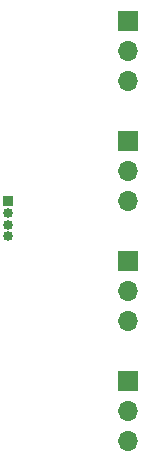
<source format=gbr>
%TF.GenerationSoftware,KiCad,Pcbnew,7.0.11+dfsg-1build4*%
%TF.CreationDate,2024-10-29T00:20:36+01:00*%
%TF.ProjectId,4to1Servosiganlforplanes,34746f31-5365-4727-966f-736967616e6c,rev?*%
%TF.SameCoordinates,Original*%
%TF.FileFunction,Soldermask,Bot*%
%TF.FilePolarity,Negative*%
%FSLAX46Y46*%
G04 Gerber Fmt 4.6, Leading zero omitted, Abs format (unit mm)*
G04 Created by KiCad (PCBNEW 7.0.11+dfsg-1build4) date 2024-10-29 00:20:36*
%MOMM*%
%LPD*%
G01*
G04 APERTURE LIST*
%ADD10O,1.700000X1.700000*%
%ADD11R,1.700000X1.700000*%
%ADD12O,0.850000X0.850000*%
%ADD13R,0.850000X0.850000*%
G04 APERTURE END LIST*
D10*
%TO.C,M4*%
X111760000Y-101600000D03*
X111760000Y-99060000D03*
D11*
X111760000Y-96520000D03*
%TD*%
D10*
%TO.C,M3*%
X111760000Y-91440000D03*
X111760000Y-88900000D03*
D11*
X111760000Y-86360000D03*
%TD*%
D10*
%TO.C,M2*%
X111760000Y-81280000D03*
X111760000Y-78740000D03*
D11*
X111760000Y-76200000D03*
%TD*%
D10*
%TO.C,M1*%
X111760000Y-71120000D03*
X111760000Y-68580000D03*
D11*
X111760000Y-66040000D03*
%TD*%
D12*
%TO.C,J1*%
X101600000Y-84280000D03*
X101600000Y-83280000D03*
X101600000Y-82280000D03*
D13*
X101600000Y-81280000D03*
%TD*%
M02*

</source>
